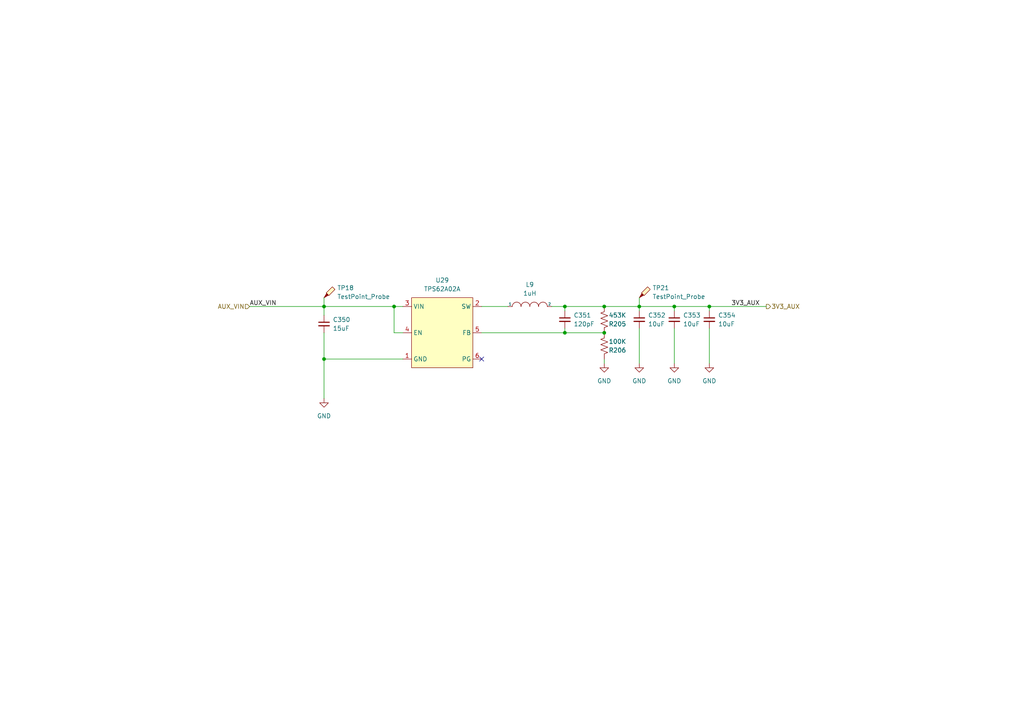
<source format=kicad_sch>
(kicad_sch (version 20211123) (generator eeschema)
  (paper "A4")
  (title_block (title "3V3 Aux PSU") (date "2023-03-07") (rev "A") (comment 1 "Designed by DragonEnjouer :3"))
  (lib_symbols
    (symbol "Connector:TestPoint_Probe" (pin_numbers hide) (pin_names (offset 0.762) hide)
      (property "Reference" "TP" (at 1.651 5.842 0))
      (property "Value" "TestPoint_Probe" (at 1.651 4.064 0))
      (symbol "TestPoint_Probe_0_1"
        (polyline (pts (xy 1.27 0.762) (xy 0 0) (xy 0.762 1.27) (xy 1.27 0.762)) (fill (type outline)))
        (polyline (pts (xy 1.397 0.635) (xy 0.635 1.397) (xy 2.413 3.175) (xy 3.175 2.413) (xy 1.397 0.635)) (fill (type background)))
      )
      (symbol "TestPoint_Probe_1_1"
        (pin passive line (at 0 0 90) (length 0) (name "1") (number "1"))
      )
    )
    (symbol "Device:C_Small" (pin_numbers hide) (pin_names (offset 0.254) hide)
      (property "Reference" "C" (at 0.254 1.778 0))
      (property "Value" "C_Small" (at 0.254 -2.032 0))
      (symbol "C_Small_0_1"
        (polyline (pts (xy -1.524 -0.508) (xy 1.524 -0.508)) (stroke (width 0.3302)))
        (polyline (pts (xy -1.524 0.508) (xy 1.524 0.508)) (stroke (width 0.3048)))
      )
      (symbol "C_Small_1_1"
        (pin passive line (at 0 2.54 270) (length 2.032) (name "~") (number "1"))
        (pin passive line (at 0 -2.54 90) (length 2.032) (name "~") (number "2"))
      )
    )
    (symbol "Device:R_US" (pin_numbers hide) (pin_names (offset 0))
      (property "Reference" "R" (at 2.54 0 90))
      (property "Value" "R_US" (at -2.54 0 90))
      (symbol "R_US_0_1"
        (polyline (pts (xy 0 -2.286) (xy 0 -2.54)))
        (polyline (pts (xy 0 2.286) (xy 0 2.54)))
        (polyline (pts (xy 0 -0.762) (xy 1.016 -1.143) (xy 0 -1.524) (xy -1.016 -1.905) (xy 0 -2.286)))
        (polyline (pts (xy 0 0.762) (xy 1.016 0.381) (xy 0 0) (xy -1.016 -0.381) (xy 0 -0.762)))
        (polyline (pts (xy 0 2.286) (xy 1.016 1.905) (xy 0 1.524) (xy -1.016 1.143) (xy 0 0.762)))
      )
      (symbol "R_US_1_1"
        (pin passive line (at 0 3.81 270) (length 1.27) (name "~") (number "1"))
        (pin passive line (at 0 -3.81 90) (length 1.27) (name "~") (number "2"))
      )
    )
    (symbol "Regulator_Switching:TPS62A02A"
      (property "Reference" "U" (at 8.89 16.51 0))
      (property "Value" "TPS62A02A" (at 8.89 13.97 0))
      (symbol "TPS62A02A_0_1"
        (rectangle (start 0 15.24) (end 17.78 -5.08) (fill (type background)))
      )
      (symbol "TPS62A02A_1_1"
        (pin passive line (at -2.54 -2.54 0) (length 2.54) (name "GND") (number "1"))
        (pin power_out line (at 20.32 12.7 180) (length 2.54) (name "SW") (number "2"))
        (pin power_in line (at -2.54 12.7 0) (length 2.54) (name "VIN") (number "3"))
        (pin input line (at -2.54 5.08 0) (length 2.54) (name "EN") (number "4"))
        (pin input line (at 20.32 5.08 180) (length 2.54) (name "FB") (number "5"))
        (pin output line (at 20.32 -2.54 180) (length 2.54) (name "PG") (number "6"))
      )
    )
    (symbol "power:GND" (power) (pin_names (offset 0))
      (property "Value" "GND" (at 0 -3.81 0))
      (symbol "GND_0_1"
        (polyline (pts (xy 0 0) (xy 0 -1.27) (xy 1.27 -1.27) (xy 0 -2.54) (xy -1.27 -1.27) (xy 0 -1.27)))
      )
      (symbol "GND_1_1"
        (pin power_in line (at 0 0 270) (length 0) hide (name "GND") (number "1"))
      )
    )
    (symbol "pspice:INDUCTOR" (pin_numbers hide) (pin_names (offset 0))
      (property "Reference" "L" (at 0 2.54 0))
      (property "Value" "INDUCTOR" (at 0 -1.27 0))
      (symbol "INDUCTOR_0_1"
        (arc (start -2.54 0) (mid -3.81 1.27) (end -5.08 0))
        (arc (start 0 0) (mid -1.27 1.27) (end -2.54 0))
        (arc (start 2.54 0) (mid 1.27 1.27) (end 0 0))
        (arc (start 5.08 0) (mid 3.81 1.27) (end 2.54 0))
      )
      (symbol "INDUCTOR_1_1"
        (pin input line (at -6.35 0 0) (length 1.27) (name "1") (number "1"))
        (pin input line (at 6.35 0 180) (length 1.27) (name "2") (number "2"))
      )
    )
  )
  (junction (at 185.42 88.9))
  (junction (at 163.83 88.9))
  (junction (at 205.74 88.9))
  (junction (at 175.26 88.9))
  (junction (at 93.98 104.14))
  (junction (at 93.98 88.9))
  (junction (at 163.83 96.52))
  (junction (at 175.26 96.52))
  (junction (at 114.3 88.9))
  (junction (at 195.58 88.9))
  (no_connect (at 139.7 104.14))
  (wire (pts (xy 163.83 95.25) (xy 163.83 96.52)))
  (wire (pts (xy 205.74 95.25) (xy 205.74 105.41)))
  (wire (pts (xy 185.42 88.9) (xy 195.58 88.9)))
  (wire (pts (xy 175.26 88.9) (xy 185.42 88.9)))
  (wire (pts (xy 160.02 88.9) (xy 163.83 88.9)))
  (wire (pts (xy 93.98 104.14) (xy 93.98 115.57)))
  (wire (pts (xy 93.98 86.36) (xy 93.98 88.9)))
  (wire (pts (xy 93.98 104.14) (xy 116.84 104.14)))
  (wire (pts (xy 185.42 95.25) (xy 185.42 105.41)))
  (wire (pts (xy 185.42 86.36) (xy 185.42 88.9)))
  (wire (pts (xy 93.98 96.52) (xy 93.98 104.14)))
  (wire (pts (xy 116.84 96.52) (xy 114.3 96.52)))
  (wire (pts (xy 163.83 88.9) (xy 163.83 90.17)))
  (wire (pts (xy 185.42 88.9) (xy 185.42 90.17)))
  (wire (pts (xy 195.58 88.9) (xy 195.58 90.17)))
  (wire (pts (xy 114.3 96.52) (xy 114.3 88.9)))
  (wire (pts (xy 114.3 88.9) (xy 116.84 88.9)))
  (wire (pts (xy 175.26 104.14) (xy 175.26 105.41)))
  (wire (pts (xy 93.98 88.9) (xy 114.3 88.9)))
  (wire (pts (xy 139.7 96.52) (xy 163.83 96.52)))
  (wire (pts (xy 205.74 88.9) (xy 222.25 88.9)))
  (wire (pts (xy 205.74 88.9) (xy 205.74 90.17)))
  (wire (pts (xy 195.58 88.9) (xy 205.74 88.9)))
  (wire (pts (xy 139.7 88.9) (xy 147.32 88.9)))
  (wire (pts (xy 93.98 91.44) (xy 93.98 88.9)))
  (wire (pts (xy 195.58 95.25) (xy 195.58 105.41)))
  (wire (pts (xy 93.98 88.9) (xy 72.39 88.9)))
  (wire (pts (xy 163.83 88.9) (xy 175.26 88.9)))
  (wire (pts (xy 163.83 96.52) (xy 175.26 96.52)))
  (label "AUX_VIN" (at 72.39 88.9 0))
  (label "3V3_AUX" (at 212.09 88.9 0))
  (hierarchical_label "AUX_VIN" (shape input) (at 72.39 88.9 180))
  (hierarchical_label "3V3_AUX" (shape output) (at 222.25 88.9 0))
  (symbol (lib_id "Device:C_Small") (at 185.42 92.71 0) (unit 1)
    (property "Reference" "C352" (at 187.96 91.4462 0) (effects (justify left)))
    (property "Value" "10uF" (at 187.96 93.9862 0) (effects (justify left)))
    (property "Footprint" "Capacitor_SMD:C_0805_2012Metric" (effects hide))
    (property "Datasheet" "https://www.mouser.com/datasheet/2/281/1/GRM31CR71E106KA12_01CA-1987921.pdf" (effects hide))
    (property "MFR PN" "GRM31CR71E106KA12L" (effects hide))
  )
  (symbol (lib_id "power:GND") (at 175.26 105.41 0) (unit 1)
    (property "Reference" "#PWR0579" (effects hide))
    (property "Value" "GND" (at 175.26 110.49 0))
  )
  (symbol (lib_id "pspice:INDUCTOR") (at 153.67 88.9 0) (unit 1)
    (property "Reference" "L9" (at 153.67 82.55 0))
    (property "Value" "1uH" (at 153.67 85.09 0))
    (property "Footprint" "Inductor_SMD:L_1008_2520Metric" (effects hide))
    (property "Datasheet" "https://www.mouser.com/datasheet/2/281/1/Murata_DFE52012F-2935788.pdf" (effects hide))
    (property "MFR PN" "DFE252012F-1R0M=P2 " (effects hide))
  )
  (symbol (lib_id "Connector:TestPoint_Probe") (at 93.98 86.36 0) (unit 1)
    (property "Reference" "TP18" (at 97.79 83.5024 0) (effects (justify left)))
    (property "Value" "TestPoint_Probe" (at 97.79 86.0424 0) (effects (justify left)))
    (property "Footprint" "TestPoint:TestPoint_Loop_D1.80mm_Drill1.0mm_Beaded" (effects hide))
  )
  (symbol (lib_id "power:GND") (at 93.98 115.57 0) (unit 1)
    (property "Reference" "#PWR0578" (effects hide))
    (property "Value" "GND" (at 93.98 120.65 0))
  )
  (symbol (lib_id "Device:C_Small") (at 93.98 93.98 0) (unit 1)
    (property "Reference" "C350" (at 96.52 92.7162 0) (effects (justify left)))
    (property "Value" "15uF" (at 96.52 95.2562 0) (effects (justify left)))
    (property "Footprint" "Capacitor_SMD:C_0805_2012Metric" (effects hide))
    (property "Datasheet" "https://product.tdk.com/system/files/dam/doc/product/capacitor/ceramic/mlcc/catalog/mlcc_commercial_general_en.pdf?ref_disty=mouser" (effects hide))
    (property "MFR PN" "C2012X5R1V156M125AC" (effects hide))
  )
  (symbol (lib_id "Device:C_Small") (at 163.83 92.71 0) (unit 1)
    (property "Reference" "C351" (at 166.37 91.4462 0) (effects (justify left)))
    (property "Value" "120pF" (at 166.37 93.9862 0) (effects (justify left)))
    (property "Footprint" "Capacitor_SMD:C_0402_1005Metric" (effects hide))
    (property "Datasheet" "https://www.mouser.com/datasheet/2/281/1/GRM1555C1H121JA01_01A-1982711.pdf" (effects hide))
    (property "MFR PN" "GRM1555C1H121JA01D" (effects hide))
  )
  (symbol (lib_id "Device:C_Small") (at 195.58 92.71 0) (unit 1)
    (property "Reference" "C353" (at 198.12 91.4462 0) (effects (justify left)))
    (property "Value" "10uF" (at 198.12 93.9862 0) (effects (justify left)))
    (property "Footprint" "Capacitor_SMD:C_0805_2012Metric" (effects hide))
    (property "Datasheet" "https://www.mouser.com/datasheet/2/281/1/GRM31CR71E106KA12_01CA-1987921.pdf" (effects hide))
    (property "MFR PN" "GRM31CR71E106KA12L" (effects hide))
  )
  (symbol (lib_id "Device:C_Small") (at 205.74 92.71 0) (unit 1)
    (property "Reference" "C354" (at 208.28 91.4462 0) (effects (justify left)))
    (property "Value" "10uF" (at 208.28 93.9862 0) (effects (justify left)))
    (property "Footprint" "Capacitor_SMD:C_0805_2012Metric" (effects hide))
    (property "Datasheet" "https://www.mouser.com/datasheet/2/281/1/GRM31CR71E106KA12_01CA-1987921.pdf" (effects hide))
    (property "MFR PN" "GRM31CR71E106KA12L" (effects hide))
  )
  (symbol (lib_id "Device:R_US") (at 175.26 92.71 0) (mirror y) (unit 1)
    (property "Reference" "R205" (at 176.53 93.98 0) (effects (justify right)))
    (property "Value" "453K" (at 176.53 91.44 0) (effects (justify right)))
    (property "Footprint" "Resistor_SMD:R_0402_1005Metric" (effects hide))
    (property "Datasheet" "https://www.mouser.com/datasheet/2/447/PYu_RC_Group_51_RoHS_L_11-1984063.pdf" (effects hide))
    (property "MFR PN" "RC0402FR-07453KL " (effects hide))
  )
  (symbol (lib_id "Connector:TestPoint_Probe") (at 185.42 86.36 0) (unit 1)
    (property "Reference" "TP21" (at 189.23 83.5024 0) (effects (justify left)))
    (property "Value" "TestPoint_Probe" (at 189.23 86.0424 0) (effects (justify left)))
    (property "Footprint" "TestPoint:TestPoint_Loop_D1.80mm_Drill1.0mm_Beaded" (effects hide))
  )
  (symbol (lib_id "power:GND") (at 205.74 105.41 0) (unit 1)
    (property "Reference" "#PWR0582" (effects hide))
    (property "Value" "GND" (at 205.74 110.49 0))
  )
  (symbol (lib_id "Device:R_US") (at 175.26 100.33 0) (mirror y) (unit 1)
    (property "Reference" "R206" (at 176.53 101.6 0) (effects (justify right)))
    (property "Value" "100K" (at 176.53 99.06 0) (effects (justify right)))
    (property "Footprint" "Resistor_SMD:R_0402_1005Metric" (effects hide))
    (property "Datasheet" "https://www.mouser.com/datasheet/2/447/PYu_RT_1_to_0_01_RoHS_L_12-3003070.pdf" (effects hide))
    (property "MFR PN" "RT0402FRE07100KL" (effects hide))
  )
  (symbol (lib_id "Regulator_Switching:TPS62A02A") (at 119.38 101.6 0) (unit 1)
    (property "Reference" "U29" (at 128.27 81.28 0))
    (property "Value" "TPS62A02A" (at 128.27 83.82 0))
    (property "Footprint" "Package_TO_SOT_SMD:SOT-563" (effects hide))
    (property "Datasheet" "https://www.ti.com/lit/ds/symlink/tps62a02a.pdf" (effects hide))
    (property "MFR PN" "TPS62A02ADRLR" (effects hide))
  )
  (symbol (lib_id "power:GND") (at 185.42 105.41 0) (unit 1)
    (property "Reference" "#PWR0580" (effects hide))
    (property "Value" "GND" (at 185.42 110.49 0))
  )
  (symbol (lib_id "power:GND") (at 195.58 105.41 0) (unit 1)
    (property "Reference" "#PWR0581" (effects hide))
    (property "Value" "GND" (at 195.58 110.49 0))
  )
)
</source>
